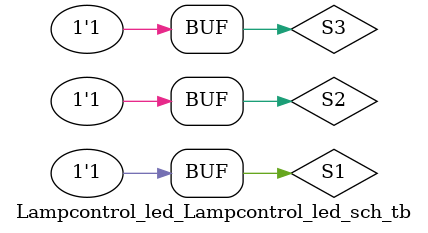
<source format=v>

`timescale 1ns / 1ps

module Lampcontrol_led_Lampcontrol_led_sch_tb();

// Inputs
   reg S3;
   reg S2;
   reg S1;

// Output
   wire F;
   wire Buzzer;
   wire [6:0] LED;

// Bidirs

// Instantiate the UUT
   Lampcontrol_led UUT (
		.F(F), 
		.S3(S3), 
		.S2(S2), 
		.S1(S1), 
		.Buzzer(Buzzer), 
		.LED(LED)
   );
// Initialize Inputs
	initial begin	S3=0;S2=0; S1=0;#50;	           S1=1; #50;		 S2=1;S1=0; #50;              S1=1; #50;    S3=1;S2=0;S1=0; #50;              S1=1; #50;          S2=1;S1=0; #50;		      S1=1; #50;	end
endmodule

</source>
